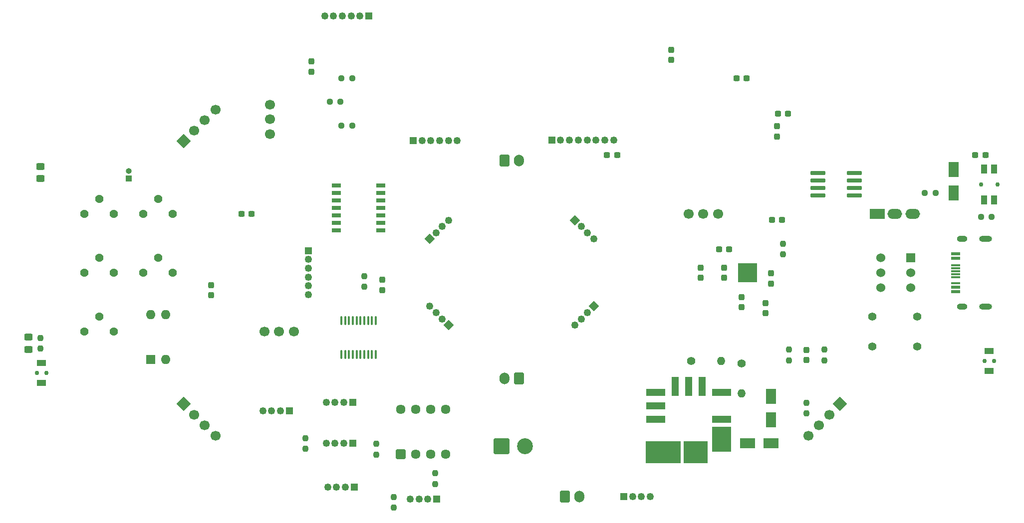
<source format=gbs>
%TF.GenerationSoftware,KiCad,Pcbnew,(6.0.9)*%
%TF.CreationDate,2022-12-21T05:14:32+09:00*%
%TF.ProjectId,main,6d61696e-2e6b-4696-9361-645f70636258,rev?*%
%TF.SameCoordinates,Original*%
%TF.FileFunction,Soldermask,Bot*%
%TF.FilePolarity,Negative*%
%FSLAX46Y46*%
G04 Gerber Fmt 4.6, Leading zero omitted, Abs format (unit mm)*
G04 Created by KiCad (PCBNEW (6.0.9)) date 2022-12-21 05:14:32*
%MOMM*%
%LPD*%
G01*
G04 APERTURE LIST*
G04 Aperture macros list*
%AMRoundRect*
0 Rectangle with rounded corners*
0 $1 Rounding radius*
0 $2 $3 $4 $5 $6 $7 $8 $9 X,Y pos of 4 corners*
0 Add a 4 corners polygon primitive as box body*
4,1,4,$2,$3,$4,$5,$6,$7,$8,$9,$2,$3,0*
0 Add four circle primitives for the rounded corners*
1,1,$1+$1,$2,$3*
1,1,$1+$1,$4,$5*
1,1,$1+$1,$6,$7*
1,1,$1+$1,$8,$9*
0 Add four rect primitives between the rounded corners*
20,1,$1+$1,$2,$3,$4,$5,0*
20,1,$1+$1,$4,$5,$6,$7,0*
20,1,$1+$1,$6,$7,$8,$9,0*
20,1,$1+$1,$8,$9,$2,$3,0*%
%AMHorizOval*
0 Thick line with rounded ends*
0 $1 width*
0 $2 $3 position (X,Y) of the first rounded end (center of the circle)*
0 $4 $5 position (X,Y) of the second rounded end (center of the circle)*
0 Add line between two ends*
20,1,$1,$2,$3,$4,$5,0*
0 Add two circle primitives to create the rounded ends*
1,1,$1,$2,$3*
1,1,$1,$4,$5*%
%AMRotRect*
0 Rectangle, with rotation*
0 The origin of the aperture is its center*
0 $1 length*
0 $2 width*
0 $3 Rotation angle, in degrees counterclockwise*
0 Add horizontal line*
21,1,$1,$2,0,0,$3*%
G04 Aperture macros list end*
%ADD10R,2.500000X1.700000*%
%ADD11O,2.500000X1.700000*%
%ADD12C,1.431000*%
%ADD13R,1.250000X1.250000*%
%ADD14C,1.250000*%
%ADD15RoundRect,0.250000X-0.600000X-0.750000X0.600000X-0.750000X0.600000X0.750000X-0.600000X0.750000X0*%
%ADD16O,1.700000X2.000000*%
%ADD17R,1.524000X1.524000*%
%ADD18C,1.524000*%
%ADD19RoundRect,0.250001X-1.099999X-1.099999X1.099999X-1.099999X1.099999X1.099999X-1.099999X1.099999X0*%
%ADD20C,2.700000*%
%ADD21RotRect,1.250000X1.250000X315.000000*%
%ADD22R,1.600000X1.600000*%
%ADD23O,1.600000X1.600000*%
%ADD24RoundRect,0.250000X0.600000X0.750000X-0.600000X0.750000X-0.600000X-0.750000X0.600000X-0.750000X0*%
%ADD25C,1.400000*%
%ADD26O,1.400000X1.400000*%
%ADD27C,1.397000*%
%ADD28RotRect,1.250000X1.250000X225.000000*%
%ADD29R,1.000000X1.000000*%
%ADD30O,1.000000X1.000000*%
%ADD31RoundRect,0.101600X0.704800X-0.704800X0.704800X0.704800X-0.704800X0.704800X-0.704800X-0.704800X0*%
%ADD32C,1.612800*%
%ADD33RotRect,1.250000X1.250000X135.000000*%
%ADD34RotRect,1.250000X1.250000X45.000000*%
%ADD35R,3.200000X3.200000*%
%ADD36RoundRect,0.237500X0.237500X-0.300000X0.237500X0.300000X-0.237500X0.300000X-0.237500X-0.300000X0*%
%ADD37RoundRect,0.237500X0.300000X0.237500X-0.300000X0.237500X-0.300000X-0.237500X0.300000X-0.237500X0*%
%ADD38RoundRect,0.237500X0.237500X-0.250000X0.237500X0.250000X-0.237500X0.250000X-0.237500X-0.250000X0*%
%ADD39R,3.300000X1.270000*%
%ADD40R,5.890000X3.810000*%
%ADD41R,4.120000X3.830000*%
%ADD42R,3.300000X4.320000*%
%ADD43R,1.270000X3.300000*%
%ADD44RoundRect,0.237500X-0.237500X0.250000X-0.237500X-0.250000X0.237500X-0.250000X0.237500X0.250000X0*%
%ADD45RoundRect,0.237500X0.250000X0.237500X-0.250000X0.237500X-0.250000X-0.237500X0.250000X-0.237500X0*%
%ADD46C,0.750000*%
%ADD47R,1.000000X1.550000*%
%ADD48RoundRect,0.237500X-0.300000X-0.237500X0.300000X-0.237500X0.300000X0.237500X-0.300000X0.237500X0*%
%ADD49RoundRect,0.100000X-0.100000X0.637500X-0.100000X-0.637500X0.100000X-0.637500X0.100000X0.637500X0*%
%ADD50RoundRect,0.237500X-0.237500X0.300000X-0.237500X-0.300000X0.237500X-0.300000X0.237500X0.300000X0*%
%ADD51RotRect,1.700000X1.700000X135.000000*%
%ADD52HorizOval,1.700000X0.000000X0.000000X0.000000X0.000000X0*%
%ADD53R,1.800000X2.500000*%
%ADD54R,1.600000X1.050000*%
%ADD55RotRect,1.700000X1.700000X225.000000*%
%ADD56HorizOval,1.700000X0.000000X0.000000X0.000000X0.000000X0*%
%ADD57RoundRect,0.150000X-1.150000X-0.150000X1.150000X-0.150000X1.150000X0.150000X-1.150000X0.150000X0*%
%ADD58R,2.500000X1.800000*%
%ADD59R,1.597660X0.698500*%
%ADD60RoundRect,0.237500X-0.250000X-0.237500X0.250000X-0.237500X0.250000X0.237500X-0.250000X0.237500X0*%
%ADD61C,1.700000*%
%ADD62RotRect,1.700000X1.700000X315.000000*%
%ADD63HorizOval,1.700000X0.000000X0.000000X0.000000X0.000000X0*%
%ADD64RoundRect,0.250000X-0.450000X0.325000X-0.450000X-0.325000X0.450000X-0.325000X0.450000X0.325000X0*%
%ADD65O,1.800000X1.000000*%
%ADD66O,2.200000X1.000000*%
%ADD67R,1.650000X0.575000*%
%ADD68R,1.650000X0.300000*%
G04 APERTURE END LIST*
D10*
%TO.C,SW5*%
X212000000Y-90000000D03*
D11*
X215000000Y-90000000D03*
X218000000Y-90000000D03*
%TD*%
D12*
%TO.C,RV2*%
X87500000Y-90000000D03*
X90000000Y-87500000D03*
X92500000Y-90000000D03*
%TD*%
D13*
%TO.C,J17*%
X115450000Y-96250000D03*
D14*
X115450000Y-97750000D03*
X115450000Y-99250000D03*
X115450000Y-100750000D03*
X115450000Y-102250000D03*
X115450000Y-103750000D03*
%TD*%
D15*
%TO.C,J8*%
X148750000Y-81000000D03*
D16*
X151250000Y-81000000D03*
%TD*%
D17*
%TO.C,SW6*%
X217645000Y-97460000D03*
D18*
X217645000Y-100000000D03*
X217645000Y-102540000D03*
X212565000Y-97460000D03*
X212565000Y-100000000D03*
X212565000Y-102540000D03*
%TD*%
D13*
%TO.C,J14*%
X123000000Y-122000000D03*
D14*
X121500000Y-122000000D03*
X120000000Y-122000000D03*
X118500000Y-122000000D03*
%TD*%
D19*
%TO.C,J5*%
X148242500Y-129450000D03*
D20*
X152202500Y-129450000D03*
%TD*%
D21*
%TO.C,J20*%
X139272800Y-108909200D03*
D14*
X138212140Y-107848540D03*
X137151480Y-106787880D03*
X136090819Y-105727219D03*
%TD*%
D22*
%TO.C,SW7*%
X88725000Y-114767500D03*
D23*
X91265000Y-114767500D03*
X91265000Y-107147500D03*
X88725000Y-107147500D03*
%TD*%
D24*
%TO.C,J9*%
X151250000Y-118000000D03*
D16*
X148750000Y-118000000D03*
%TD*%
D15*
%TO.C,J15*%
X159000000Y-138000000D03*
D16*
X161500000Y-138000000D03*
%TD*%
D12*
%TO.C,RV5*%
X77500000Y-110000000D03*
X80000000Y-107500000D03*
X82500000Y-110000000D03*
%TD*%
D13*
%TO.C,J23*%
X125750000Y-56450000D03*
D14*
X124250000Y-56450000D03*
X122750000Y-56450000D03*
X121250000Y-56450000D03*
X119750000Y-56450000D03*
X118250000Y-56450000D03*
%TD*%
D12*
%TO.C,RV4*%
X87500000Y-100000000D03*
X90000000Y-97500000D03*
X92500000Y-100000000D03*
%TD*%
D25*
%TO.C,R11*%
X180460000Y-115000000D03*
D26*
X185540000Y-115000000D03*
%TD*%
D27*
%TO.C,SW4*%
X218810000Y-112540000D03*
X211190000Y-112540000D03*
X211190000Y-107460000D03*
X218810000Y-107460000D03*
%TD*%
D28*
%TO.C,J21*%
X136090800Y-94272800D03*
D14*
X137151460Y-93212140D03*
X138212120Y-92151480D03*
X139272781Y-91090819D03*
%TD*%
D29*
%TO.C,JP1*%
X85000000Y-84000000D03*
D30*
X85000000Y-82730000D03*
%TD*%
D13*
%TO.C,J16*%
X156775000Y-77525000D03*
D14*
X158275000Y-77525000D03*
X159775000Y-77525000D03*
X161275000Y-77525000D03*
X162775000Y-77525000D03*
X164275000Y-77525000D03*
X165775000Y-77525000D03*
X167275000Y-77525000D03*
%TD*%
D13*
%TO.C,J6*%
X169000000Y-138000000D03*
D14*
X170500000Y-138000000D03*
X172000000Y-138000000D03*
X173500000Y-138000000D03*
%TD*%
D12*
%TO.C,RV3*%
X77500000Y-100000000D03*
X80000000Y-97500000D03*
X82500000Y-100000000D03*
%TD*%
D13*
%TO.C,J2*%
X112250000Y-123450000D03*
D14*
X110750000Y-123450000D03*
X109250000Y-123450000D03*
X107750000Y-123450000D03*
%TD*%
D31*
%TO.C,U11*%
X131190000Y-130810000D03*
D32*
X133730000Y-130810000D03*
X136270000Y-130810000D03*
X138810000Y-130810000D03*
X138810000Y-123190000D03*
X136270000Y-123190000D03*
X133730000Y-123190000D03*
X131190000Y-123190000D03*
%TD*%
D13*
%TO.C,J22*%
X137250000Y-138450000D03*
D14*
X135750000Y-138450000D03*
X134250000Y-138450000D03*
X132750000Y-138450000D03*
%TD*%
D12*
%TO.C,RV1*%
X77500000Y-90000000D03*
X80000000Y-87500000D03*
X82500000Y-90000000D03*
%TD*%
D13*
%TO.C,J24*%
X133250000Y-77550000D03*
D14*
X134750000Y-77550000D03*
X136250000Y-77550000D03*
X137750000Y-77550000D03*
X139250000Y-77550000D03*
X140750000Y-77550000D03*
%TD*%
D33*
%TO.C,J18*%
X160727200Y-91090800D03*
D14*
X161787860Y-92151460D03*
X162848520Y-93212120D03*
X163909181Y-94272781D03*
%TD*%
D34*
%TO.C,J19*%
X163909200Y-105727200D03*
D14*
X162848540Y-106787860D03*
X161787880Y-107848520D03*
X160727219Y-108909181D03*
%TD*%
D13*
%TO.C,J11*%
X123000000Y-129000000D03*
D14*
X121500000Y-129000000D03*
X120000000Y-129000000D03*
X118500000Y-129000000D03*
%TD*%
D35*
%TO.C,U7*%
X190000000Y-100000000D03*
%TD*%
D25*
%TO.C,R9*%
X189000000Y-115460000D03*
D26*
X189000000Y-120540000D03*
%TD*%
D13*
%TO.C,J3*%
X123250000Y-136450000D03*
D14*
X121750000Y-136450000D03*
X120250000Y-136450000D03*
X118750000Y-136450000D03*
%TD*%
D36*
%TO.C,C24*%
X195000000Y-76862500D03*
X195000000Y-75137500D03*
%TD*%
D37*
%TO.C,C25*%
X196862500Y-73000000D03*
X195137500Y-73000000D03*
%TD*%
D38*
%TO.C,R35*%
X196000000Y-96912500D03*
X196000000Y-95087500D03*
%TD*%
D39*
%TO.C,U4*%
X174422000Y-124873000D03*
D40*
X175693000Y-130457000D03*
D41*
X181154000Y-130457000D03*
D42*
X185599000Y-128298000D03*
D39*
X185602000Y-124873000D03*
X185602000Y-120293000D03*
D43*
X180017000Y-119278000D03*
X177727000Y-119278000D03*
D39*
X174422000Y-120293000D03*
X174422000Y-122583000D03*
D43*
X182297000Y-119278000D03*
%TD*%
D44*
%TO.C,R26*%
X137000000Y-134087500D03*
X137000000Y-135912500D03*
%TD*%
D37*
%TO.C,C14*%
X186862500Y-96000000D03*
X185137500Y-96000000D03*
%TD*%
D38*
%TO.C,R29*%
X70000000Y-112912500D03*
X70000000Y-111087500D03*
%TD*%
D37*
%TO.C,C23*%
X105862500Y-90000000D03*
X104137500Y-90000000D03*
%TD*%
D45*
%TO.C,R6*%
X221912500Y-86500000D03*
X220087500Y-86500000D03*
%TD*%
D38*
%TO.C,R17*%
X203000000Y-114912500D03*
X203000000Y-113087500D03*
%TD*%
D46*
%TO.C,SW1*%
X229625000Y-85000000D03*
X232375000Y-85000000D03*
D47*
X231850000Y-82375000D03*
X231850000Y-87625000D03*
X230150000Y-87625000D03*
X230150000Y-82375000D03*
%TD*%
D44*
%TO.C,R47*%
X127000000Y-129087500D03*
X127000000Y-130912500D03*
%TD*%
D36*
%TO.C,C12*%
X186000000Y-100862500D03*
X186000000Y-99137500D03*
%TD*%
D45*
%TO.C,R37*%
X120912500Y-71000000D03*
X119087500Y-71000000D03*
%TD*%
D48*
%TO.C,C21*%
X166137500Y-80000000D03*
X167862500Y-80000000D03*
%TD*%
D44*
%TO.C,R18*%
X197000000Y-113087500D03*
X197000000Y-114912500D03*
%TD*%
D49*
%TO.C,U10*%
X121075000Y-108137500D03*
X121725000Y-108137500D03*
X122375000Y-108137500D03*
X123025000Y-108137500D03*
X123675000Y-108137500D03*
X124325000Y-108137500D03*
X124975000Y-108137500D03*
X125625000Y-108137500D03*
X126275000Y-108137500D03*
X126925000Y-108137500D03*
X126925000Y-113862500D03*
X126275000Y-113862500D03*
X125625000Y-113862500D03*
X124975000Y-113862500D03*
X124325000Y-113862500D03*
X123675000Y-113862500D03*
X123025000Y-113862500D03*
X122375000Y-113862500D03*
X121725000Y-113862500D03*
X121075000Y-113862500D03*
%TD*%
D50*
%TO.C,C11*%
X116000000Y-64137500D03*
X116000000Y-65862500D03*
%TD*%
D38*
%TO.C,R27*%
X130000000Y-139912500D03*
X130000000Y-138087500D03*
%TD*%
D45*
%TO.C,R40*%
X122912500Y-75000000D03*
X121087500Y-75000000D03*
%TD*%
D51*
%TO.C,J4*%
X205687000Y-122313000D03*
D52*
X203890949Y-124109051D03*
X202094898Y-125905102D03*
X200298846Y-127701154D03*
%TD*%
D45*
%TO.C,R25*%
X122912500Y-67000000D03*
X121087500Y-67000000D03*
%TD*%
D53*
%TO.C,D1*%
X194000000Y-125000000D03*
X194000000Y-121000000D03*
%TD*%
D50*
%TO.C,C15*%
X194000000Y-100137500D03*
X194000000Y-101862500D03*
%TD*%
D48*
%TO.C,C17*%
X194137500Y-91000000D03*
X195862500Y-91000000D03*
%TD*%
D36*
%TO.C,C13*%
X182000000Y-100862500D03*
X182000000Y-99137500D03*
%TD*%
D46*
%TO.C,SW2*%
X69400000Y-117000000D03*
X71000000Y-117000000D03*
D54*
X70200000Y-118700000D03*
X70200000Y-115300000D03*
%TD*%
D53*
%TO.C,D3*%
X225000000Y-86500000D03*
X225000000Y-82500000D03*
%TD*%
D55*
%TO.C,J12*%
X94313000Y-122313000D03*
D56*
X96109051Y-124109051D03*
X97905102Y-125905102D03*
X99701154Y-127701154D03*
%TD*%
D57*
%TO.C,U8*%
X201900000Y-86905000D03*
X201900000Y-85635000D03*
X201900000Y-84365000D03*
X201900000Y-83095000D03*
X208100000Y-83095000D03*
X208100000Y-84365000D03*
X208100000Y-85635000D03*
X208100000Y-86905000D03*
%TD*%
D58*
%TO.C,D2*%
X194000000Y-129000000D03*
X190000000Y-129000000D03*
%TD*%
D59*
%TO.C,U3*%
X120235720Y-92807460D03*
X120235720Y-91537460D03*
X120235720Y-90267460D03*
X120235720Y-89000000D03*
X120235720Y-87732540D03*
X120235720Y-86462540D03*
X120235720Y-85192540D03*
X127764280Y-85192540D03*
X127764280Y-86462540D03*
X127764280Y-87732540D03*
X127764280Y-89000000D03*
X127764280Y-90267460D03*
X127764280Y-91537460D03*
X127764280Y-92807460D03*
%TD*%
D44*
%TO.C,R48*%
X125000000Y-100587500D03*
X125000000Y-102412500D03*
%TD*%
D50*
%TO.C,C16*%
X177000000Y-62137500D03*
X177000000Y-63862500D03*
%TD*%
D37*
%TO.C,C19*%
X189862500Y-67000000D03*
X188137500Y-67000000D03*
%TD*%
D44*
%TO.C,R3*%
X200000000Y-122087500D03*
X200000000Y-123912500D03*
%TD*%
D60*
%TO.C,R5*%
X229587500Y-90500000D03*
X231412500Y-90500000D03*
%TD*%
D48*
%TO.C,C3*%
X228637500Y-80000000D03*
X230362500Y-80000000D03*
%TD*%
D61*
%TO.C,Y3*%
X185000000Y-90000000D03*
X182500000Y-90000000D03*
X180000000Y-90000000D03*
%TD*%
D62*
%TO.C,J13*%
X94313000Y-77687000D03*
D63*
X96109051Y-75890949D03*
X97905102Y-74094898D03*
X99701154Y-72298846D03*
%TD*%
D50*
%TO.C,C27*%
X128000000Y-101225000D03*
X128000000Y-102950000D03*
%TD*%
D46*
%TO.C,SW3*%
X231800000Y-115000000D03*
X230200000Y-115000000D03*
D54*
X231000000Y-113300000D03*
X231000000Y-116700000D03*
%TD*%
D64*
%TO.C,D11*%
X68000000Y-110975000D03*
X68000000Y-113025000D03*
%TD*%
D50*
%TO.C,C18*%
X193000000Y-105137500D03*
X193000000Y-106862500D03*
%TD*%
D44*
%TO.C,R46*%
X115000000Y-128087500D03*
X115000000Y-129912500D03*
%TD*%
D50*
%TO.C,C8*%
X99000000Y-102137500D03*
X99000000Y-103862500D03*
%TD*%
D64*
%TO.C,D12*%
X70000000Y-81975000D03*
X70000000Y-84025000D03*
%TD*%
D50*
%TO.C,C6*%
X200000000Y-113137500D03*
X200000000Y-114862500D03*
%TD*%
D61*
%TO.C,Y2*%
X109000000Y-76450000D03*
X109000000Y-73950000D03*
X109000000Y-71450000D03*
%TD*%
%TO.C,Y1*%
X108000000Y-110000000D03*
X110500000Y-110000000D03*
X113000000Y-110000000D03*
%TD*%
D50*
%TO.C,C22*%
X189000000Y-104137500D03*
X189000000Y-105862500D03*
%TD*%
D65*
%TO.C,J1*%
X226380000Y-94250000D03*
D66*
X230380000Y-94250000D03*
X230380000Y-105750000D03*
D65*
X226380000Y-105750000D03*
D67*
X225270000Y-102450000D03*
X225270000Y-97550000D03*
D68*
X225270000Y-100250000D03*
X225270000Y-99250000D03*
X225270000Y-99750000D03*
X225270000Y-100750000D03*
D67*
X225270000Y-96775000D03*
X225270000Y-103225000D03*
D68*
X225270000Y-98750000D03*
X225270000Y-101750000D03*
%TD*%
M02*

</source>
